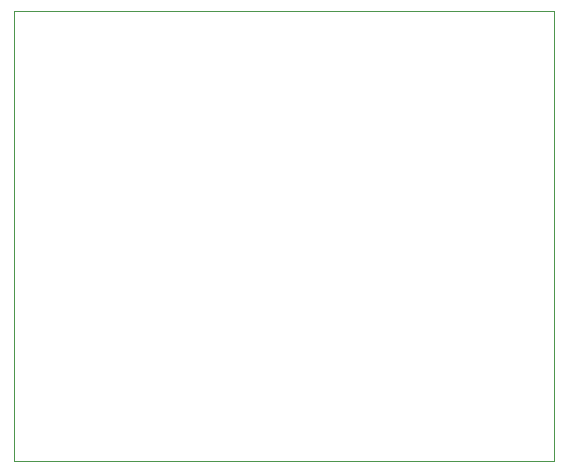
<source format=gm1>
G04*
G04 #@! TF.GenerationSoftware,Altium Limited,Altium Designer,22.2.1 (43)*
G04*
G04 Layer_Color=16711935*
%FSLAX25Y25*%
%MOIN*%
G70*
G04*
G04 #@! TF.SameCoordinates,2AA56CA8-B71A-46B7-BD27-B25D333C2BD2*
G04*
G04*
G04 #@! TF.FilePolarity,Positive*
G04*
G01*
G75*
%ADD27C,0.00000*%
D27*
X0Y0D02*
Y150000D01*
X180000D01*
Y0D02*
Y150000D01*
X0Y0D02*
X180000D01*
M02*

</source>
